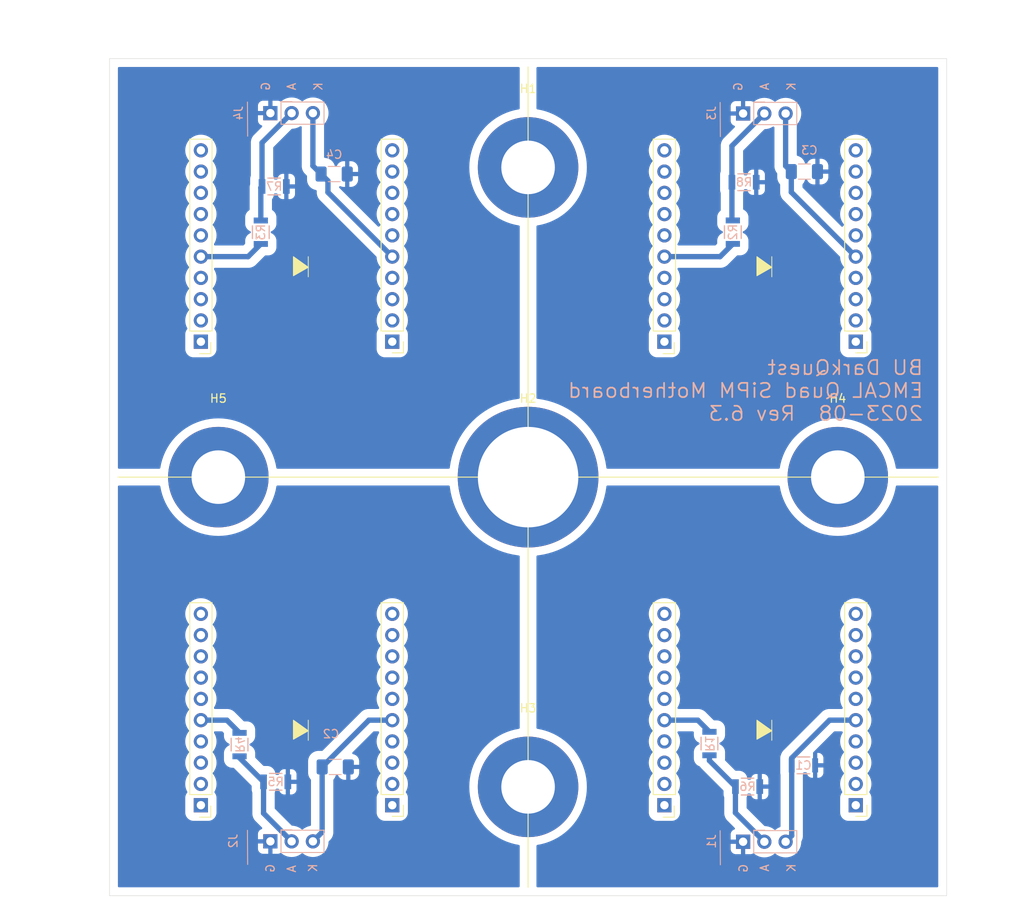
<source format=kicad_pcb>
(kicad_pcb (version 20221018) (generator pcbnew)
  (title_block (title "DarkQuest SiPM Motherboard") (rev "6.3") (comment 1 "Note: Rev 6.3 takes chip carrier and has pads for a voltage divider"))
  (layers (0 "F.Cu" signal) (31 "B.Cu" signal) (34 "B.Paste" user) (35 "F.Paste" user) (36 "B.SilkS" user "B.Silkscreen") (37 "F.SilkS" user "F.Silkscreen") (38 "B.Mask" user) (39 "F.Mask" user) (44 "Edge.Cuts" user))
  (net 0 "")
  (net 1 "Net-(J1-Pin_1)")
  (net 2 "Net-(J2-Pin_1)")
  (net 3 "Net-(J3-Pin_1)")
  (net 4 "Net-(J4-Pin_1)")
  (net 5 "Net-(J2-Pin_2)")
  (net 6 "Net-(J3-Pin_2)")
  (net 7 "Net-(J4-Pin_2)")
  (net 8 "Net-(J1-Pin_2)")
  (net 9 "Net-(J1-Pin_3)")
  (net 10 "Net-(J2-Pin_3)")
  (net 47 "Net-(J3-Pin_3)")
  (net 48 "Net-(J4-Pin_3)")
  (net 53 "Net-(J5-Pin_5-Pad15)")
  (net 63 "Net-(J6-Pin_5-Pad15)")
  (net 73 "Net-(J7-Pin_5-Pad15)")
  (net 83 "Net-(J8-Pin_5-Pad15)")
  (footprint "quad_sipm:MountingHole_8.4mm_M8_Pad" (layer "F.Cu") (at 100 100)
    (fp_text reference "H2" (at 0 -9.4) (layer "F.SilkS"))
    (fp_text value "MountingHole")
    (pad "1" thru_hole circle (at 0 0) (size 16.8 16.8) (drill 12) (layers "*.Cu" "*.Mask"))
  )
  (footprint "quad_sipm:MountingHole_6.4_pad" (layer "F.Cu") (at 100 137)
    (fp_text reference "H3" (at 0 -9.4) (layer "F.SilkS"))
    (fp_text value "MountingHole")
    (pad "1" thru_hole circle (at 0 0) (size 12 12) (drill 6.4) (layers "*.Cu" "*.Mask"))
  )
  (footprint "quad_sipm:MountingHole_6.4_pad" (layer "F.Cu") (at 137 100)
    (fp_text reference "H4" (at 0 -9.4) (layer "F.SilkS"))
    (fp_text value "MountingHole")
    (pad "1" thru_hole circle (at 0 0) (size 12 12) (drill 6.4) (layers "*.Cu" "*.Mask"))
  )
  (footprint "quad_sipm:MountingHole_6.4_pad" (layer "F.Cu") (at 63 100)
    (fp_text reference "H5" (at 0 -9.4) (layer "F.SilkS"))
    (fp_text value "MountingHole")
    (pad "1" thru_hole circle (at 0 0) (size 12 12) (drill 6.4) (layers "*.Cu" "*.Mask"))
  )
  (footprint "quad_sipm:MountingHole_6.4_pad" (layer "F.Cu") (at 100 63)
    (fp_text reference "H1" (at 0 -9.4) (layer "F.SilkS"))
    (fp_text value "MountingHole")
    (pad "1" thru_hole circle (at 0 0) (size 12 12) (drill 6.4) (layers "*.Cu" "*.Mask"))
  )
  (footprint "Connector_PinHeader_2.54mm:chip_carrier_pin_header" (layer "F.Cu") (at 127.762 72.39 180)
    (fp_text reference "J7" hide)
    (fp_text value "SiPM chip pin header")
    (fp_line (start -12.714 -12.76) (end -11.384 -12.76) (stroke (width 0.12)) (layer "F.SilkS"))
    (fp_line (start -12.714 -11.43) (end -12.714 -12.76) (stroke (width 0.12)) (layer "F.SilkS"))
    (fp_line (start -12.714 -10.16) (end -12.714 12.76) (stroke (width 0.12)) (layer "F.SilkS"))
    (fp_line (start -12.714 -10.16) (end -10.054 -10.16) (stroke (width 0.12)) (layer "F.SilkS"))
    (fp_line (start -12.714 12.76) (end -10.054 12.76) (stroke (width 0.12)) (layer "F.SilkS"))
    (fp_line (start -10.054 -10.16) (end -10.054 12.76) (stroke (width 0.12)) (layer "F.SilkS"))
    (fp_line (start -1.351 -3.683) (end -1.351 -1.27) (stroke (width 0.1)) (layer "F.SilkS"))
    (fp_line (start 10.146 -10.16) (end 10.146 12.76) (stroke (width 0.12)) (layer "F.SilkS"))
    (fp_line (start 10.146 -10.16) (end 12.806 -10.16) (stroke (width 0.12)) (layer "F.SilkS"))
    (fp_line (start 10.146 12.76) (end 12.806 12.76) (stroke (width 0.12)) (layer "F.SilkS"))
    (fp_line (start 10.2984 -12.8616) (end 11.6284 -12.8616) (stroke (width 0.12)) (layer "F.SilkS"))
    (fp_line (start 10.2984 -11.5316) (end 10.2984 -12.8616) (stroke (width 0.12)) (layer "F.SilkS"))
    (fp_line (start 12.806 -10.16) (end 12.806 12.76) (stroke (width 0.12)) (layer "F.SilkS"))
    (fp_poly (pts (xy 0.427 -3.556) (xy -1.351 -2.54) (xy 0.427 -1.27) (xy 0.427 -3.556)) (stroke (width 0.1)) (fill solid) (layer "F.SilkS"))
    (pad "1" thru_hole rect (at -11.384 -11.43 180) (size 1.7 1.7) (drill 1) (layers "*.Cu" "*.Mask"))
    (pad "2" thru_hole oval (at -11.384 -8.89 180) (size 1.7 1.7) (drill 1) (layers "*.Cu" "*.Mask"))
    (pad "3" thru_hole oval (at -11.384 -6.35 180) (size 1.7 1.7) (drill 1) (layers "*.Cu" "*.Mask"))
    (pad "4" thru_hole oval (at -11.384 -3.81 180) (size 1.7 1.7) (drill 1) (layers "*.Cu" "*.Mask"))
    (pad "5" thru_hole oval (at -11.384 -1.27 180) (size 1.7 1.7) (drill 1) (layers "*.Cu" "*.Mask") (net 47 "Net-(J3-Pin_3)"))
    (pad "6" thru_hole oval (at -11.384 1.27 180) (size 1.7 1.7) (drill 1) (layers "*.Cu" "*.Mask"))
    (pad "7" thru_hole oval (at -11.384 3.81 180) (size 1.7 1.7) (drill 1) (layers "*.Cu" "*.Mask"))
    (pad "8" thru_hole oval (at -11.384 6.35 180) (size 1.7 1.7) (drill 1) (layers "*.Cu" "*.Mask"))
    (pad "9" thru_hole oval (at -11.384 8.89 180) (size 1.7 1.7) (drill 1) (layers "*.Cu" "*.Mask"))
    (pad "10" thru_hole oval (at -11.384 11.43 180) (size 1.7 1.7) (drill 1) (layers "*.Cu" "*.Mask"))
    (pad "11" thru_hole rect (at 11.476 -11.43 180) (size 1.7 1.7) (drill 1) (layers "*.Cu" "*.Mask"))
    (pad "12" thru_hole oval (at 11.476 -8.89 180) (size 1.7 1.7) (drill 1) (layers "*.Cu" "*.Mask"))
    (pad "13" thru_hole oval (at 11.476 -6.35 180) (size 1.7 1.7) (drill 1) (layers "*.Cu" "*.Mask"))
    (pad "14" thru_hole oval (at 11.476 -3.81 180) (size 1.7 1.7) (drill 1) (layers "*.Cu" "*.Mask"))
    (pad "15" thru_hole oval (at 11.476 -1.27 180) (size 1.7 1.7) (drill 1) (layers "*.Cu" "*.Mask") (net 73 "Net-(J7-Pin_5-Pad15)"))
    (pad "16" thru_hole oval (at 11.476 1.27 180) (size 1.7 1.7) (drill 1) (layers "*.Cu" "*.Mask"))
    (pad "17" thru_hole oval (at 11.476 3.81 180) (size 1.7 1.7) (drill 1) (layers "*.Cu" "*.Mask"))
    (pad "18" thru_hole oval (at 11.476 6.35 180) (size 1.7 1.7) (drill 1) (layers "*.Cu" "*.Mask"))
    (pad "19" thru_hole oval (at 11.476 8.89 180) (size 1.7 1.7) (drill 1) (layers "*.Cu" "*.Mask"))
    (pad "20" thru_hole oval (at 11.476 11.43 180) (size 1.7 1.7) (drill 1) (layers "*.Cu" "*.Mask"))
  )
  (footprint "Connector_PinHeader_2.54mm:chip_carrier_pin_header" (layer "F.Cu") (at 72.39 72.39 180)
    (fp_text reference "J8" hide)
    (fp_text value "SiPM chip pin header")
    (fp_line (start -12.714 -12.76) (end -11.384 -12.76) (stroke (width 0.12)) (layer "F.SilkS"))
    (fp_line (start -12.714 -11.43) (end -12.714 -12.76) (stroke (width 0.12)) (layer "F.SilkS"))
    (fp_line (start -12.714 -10.16) (end -12.714 12.76) (stroke (width 0.12)) (layer "F.SilkS"))
    (fp_line (start -12.714 -10.16) (end -10.054 -10.16) (stroke (width 0.12)) (layer "F.SilkS"))
    (fp_line (start -12.714 12.76) (end -10.054 12.76) (stroke (width 0.12)) (layer "F.SilkS"))
    (fp_line (start -10.054 -10.16) (end -10.054 12.76) (stroke (width 0.12)) (layer "F.SilkS"))
    (fp_line (start -1.351 -3.683) (end -1.351 -1.27) (stroke (width 0.1)) (layer "F.SilkS"))
    (fp_line (start 10.146 -10.16) (end 10.146 12.76) (stroke (width 0.12)) (layer "F.SilkS"))
    (fp_line (start 10.146 -10.16) (end 12.806 -10.16) (stroke (width 0.12)) (layer "F.SilkS"))
    (fp_line (start 10.146 12.76) (end 12.806 12.76) (stroke (width 0.12)) (layer "F.SilkS"))
    (fp_line (start 10.2984 -12.8616) (end 11.6284 -12.8616) (stroke (width 0.12)) (layer "F.SilkS"))
    (fp_line (start 10.2984 -11.5316) (end 10.2984 -12.8616) (stroke (width 0.12)) (layer "F.SilkS"))
    (fp_line (start 12.806 -10.16) (end 12.806 12.76) (stroke (width 0.12)) (layer "F.SilkS"))
    (fp_poly (pts (xy 0.427 -3.556) (xy -1.351 -2.54) (xy 0.427 -1.27) (xy 0.427 -3.556)) (stroke (width 0.1)) (fill solid) (layer "F.SilkS"))
    (pad "1" thru_hole rect (at -11.384 -11.43 180) (size 1.7 1.7) (drill 1) (layers "*.Cu" "*.Mask"))
    (pad "2" thru_hole oval (at -11.384 -8.89 180) (size 1.7 1.7) (drill 1) (layers "*.Cu" "*.Mask"))
    (pad "3" thru_hole oval (at -11.384 -6.35 180) (size 1.7 1.7) (drill 1) (layers "*.Cu" "*.Mask"))
    (pad "4" thru_hole oval (at -11.384 -3.81 180) (size 1.7 1.7) (drill 1) (layers "*.Cu" "*.Mask"))
    (pad "5" thru_hole oval (at -11.384 -1.27 180) (size 1.7 1.7) (drill 1) (layers "*.Cu" "*.Mask") (net 48 "Net-(J4-Pin_3)"))
    (pad "6" thru_hole oval (at -11.384 1.27 180) (size 1.7 1.7) (drill 1) (layers "*.Cu" "*.Mask"))
    (pad "7" thru_hole oval (at -11.384 3.81 180) (size 1.7 1.7) (drill 1) (layers "*.Cu" "*.Mask"))
    (pad "8" thru_hole oval (at -11.384 6.35 180) (size 1.7 1.7) (drill 1) (layers "*.Cu" "*.Mask"))
    (pad "9" thru_hole oval (at -11.384 8.89 180) (size 1.7 1.7) (drill 1) (layers "*.Cu" "*.Mask"))
    (pad "10" thru_hole oval (at -11.384 11.43 180) (size 1.7 1.7) (drill 1) (layers "*.Cu" "*.Mask"))
    (pad "11" thru_hole rect (at 11.476 -11.43 180) (size 1.7 1.7) (drill 1) (layers "*.Cu" "*.Mask"))
    (pad "12" thru_hole oval (at 11.476 -8.89 180) (size 1.7 1.7) (drill 1) (layers "*.Cu" "*.Mask"))
    (pad "13" thru_hole oval (at 11.476 -6.35 180) (size 1.7 1.7) (drill 1) (layers "*.Cu" "*.Mask"))
    (pad "14" thru_hole oval (at 11.476 -3.81 180) (size 1.7 1.7) (drill 1) (layers "*.Cu" "*.Mask"))
    (pad "15" thru_hole oval (at 11.476 -1.27 180) (size 1.7 1.7) (drill 1) (layers "*.Cu" "*.Mask") (net 83 "Net-(J8-Pin_5-Pad15)"))
    (pad "16" thru_hole oval (at 11.476 1.27 180) (size 1.7 1.7) (drill 1) (layers "*.Cu" "*.Mask"))
    (pad "17" thru_hole oval (at 11.476 3.81 180) (size 1.7 1.7) (drill 1) (layers "*.Cu" "*.Mask"))
    (pad "18" thru_hole oval (at 11.476 6.35 180) (size 1.7 1.7) (drill 1) (layers "*.Cu" "*.Mask"))
    (pad "19" thru_hole oval (at 11.476 8.89 180) (size 1.7 1.7) (drill 1) (layers "*.Cu" "*.Mask"))
    (pad "20" thru_hole oval (at 11.476 11.43 180) (size 1.7 1.7) (drill 1) (layers "*.Cu" "*.Mask"))
  )
  (footprint "Connector_PinHeader_2.54mm:chip_carrier_pin_header" (layer "F.Cu") (at 72.39 127.762 180)
    (fp_text reference "J6" hide)
    (fp_text value "SiPM chip pin header")
    (fp_line (start -12.714 -12.76) (end -11.384 -12.76) (stroke (width 0.12)) (layer "F.SilkS"))
    (fp_line (start -12.714 -11.43) (end -12.714 -12.76) (stroke (width 0.12)) (layer "F.SilkS"))
    (fp_line (start -12.714 -10.16) (end -12.714 12.76) (stroke (width 0.12)) (layer "F.SilkS"))
    (fp_line (start -12.714 -10.16) (end -10.054 -10.16) (stroke (width 0.12)) (layer "F.SilkS"))
    (fp_line (start -12.714 12.76) (end -10.054 12.76) (stroke (width 0.12)) (layer "F.SilkS"))
    (fp_line (start -10.054 -10.16) (end -10.054 12.76) (stroke (width 0.12)) (layer "F.SilkS"))
    (fp_line (start -1.351 -3.683) (end -1.351 -1.27) (stroke (width 0.1)) (layer "F.SilkS"))
    (fp_line (start 10.146 -10.16) (end 10.146 12.76) (stroke (width 0.12)) (layer "F.SilkS"))
    (fp_line (start 10.146 -10.16) (end 12.806 -10.16) (stroke (width 0.12)) (layer "F.SilkS"))
    (fp_line (start 10.146 12.76) (end 12.806 12.76) (stroke (width 0.12)) (layer "F.SilkS"))
    (fp_line (start 10.2984 -12.8616) (end 11.6284 -12.8616) (stroke (width 0.12)) (layer "F.SilkS"))
    (fp_line (start 10.2984 -11.5316) (end 10.2984 -12.8616) (stroke (width 0.12)) (layer "F.SilkS"))
    (fp_line (start 12.806 -10.16) (end 12.806 12.76) (stroke (width 0.12)) (layer "F.SilkS"))
    (fp_poly (pts (xy 0.427 -3.556) (xy -1.351 -2.54) (xy 0.427 -1.27) (xy 0.427 -3.556)) (stroke (width 0.1)) (fill solid) (layer "F.SilkS"))
    (pad "1" thru_hole rect (at -11.384 -11.43 180) (size 1.7 1.7) (drill 1) (layers "*.Cu" "*.Mask"))
    (pad "2" thru_hole oval (at -11.384 -8.89 180) (size 1.7 1.7) (drill 1) (layers "*.Cu" "*.Mask"))
    (pad "3" thru_hole oval (at -11.384 -6.35 180) (size 1.7 1.7) (drill 1) (layers "*.Cu" "*.Mask"))
    (pad "4" thru_hole oval (at -11.384 -3.81 180) (size 1.7 1.7) (drill 1) (layers "*.Cu" "*.Mask"))
    (pad "5" thru_hole oval (at -11.384 -1.27 180) (size 1.7 1.7) (drill 1) (layers "*.Cu" "*.Mask") (net 10 "Net-(J2-Pin_3)"))
    (pad "6" thru_hole oval (at -11.384 1.27 180) (size 1.7 1.7) (drill 1) (layers "*.Cu" "*.Mask"))
    (pad "7" thru_hole oval (at -11.384 3.81 180) (size 1.7 1.7) (drill 1) (layers "*.Cu" "*.Mask"))
    (pad "8" thru_hole oval (at -11.384 6.35 180) (size 1.7 1.7) (drill 1) (layers "*.Cu" "*.Mask"))
    (pad "9" thru_hole oval (at -11.384 8.89 180) (size 1.7 1.7) (drill 1) (layers "*.Cu" "*.Mask"))
    (pad "10" thru_hole oval (at -11.384 11.43 180) (size 1.7 1.7) (drill 1) (layers "*.Cu" "*.Mask"))
    (pad "11" thru_hole rect (at 11.476 -11.43 180) (size 1.7 1.7) (drill 1) (layers "*.Cu" "*.Mask"))
    (pad "12" thru_hole oval (at 11.476 -8.89 180) (size 1.7 1.7) (drill 1) (layers "*.Cu" "*.Mask"))
    (pad "13" thru_hole oval (at 11.476 -6.35 180) (size 1.7 1.7) (drill 1) (layers "*.Cu" "*.Mask"))
    (pad "14" thru_hole oval (at 11.476 -3.81 180) (size 1.7 1.7) (drill 1) (layers "*.Cu" "*.Mask"))
    (pad "15" thru_hole oval (at 11.476 -1.27 180) (size 1.7 1.7) (drill 1) (layers "*.Cu" "*.Mask") (net 63 "Net-(J6-Pin_5-Pad15)"))
    (pad "16" thru_hole oval (at 11.476 1.27 180) (size 1.7 1.7) (drill 1) (layers "*.Cu" "*.Mask"))
    (pad "17" thru_hole oval (at 11.476 3.81 180) (size 1.7 1.7) (drill 1) (layers "*.Cu" "*.Mask"))
    (pad "18" thru_hole oval (at 11.476 6.35 180) (size 1.7 1.7) (drill 1) (layers "*.Cu" "*.Mask"))
    (pad "19" thru_hole oval (at 11.476 8.89 180) (size 1.7 1.7) (drill 1) (layers "*.Cu" "*.Mask"))
    (pad "20" thru_hole oval (at 11.476 11.43 180) (size 1.7 1.7) (drill 1) (layers "*.Cu" "*.Mask"))
  )
  (footprint "Connector_PinHeader_2.54mm:chip_carrier_pin_header" (layer "F.Cu") (at 127.762 127.762 180)
    (fp_text reference "J5" hide)
    (fp_text value "SiPM chip pin header")
    (fp_line (start -12.714 -12.76) (end -11.384 -12.76) (stroke (width 0.12)) (layer "F.SilkS"))
    (fp_line (start -12.714 -11.43) (end -12.714 -12.76) (stroke (width 0.12)) (layer "F.SilkS"))
    (fp_line (start -12.714 -10.16) (end -12.714 12.76) (stroke (width 0.12)) (layer "F.SilkS"))
    (fp_line (start -12.714 -10.16) (end -10.054 -10.16) (stroke (width 0.12)) (layer "F.SilkS"))
    (fp_line (start -12.714 12.76) (end -10.054 12.76) (stroke (width 0.12)) (layer "F.SilkS"))
    (fp_line (start -10.054 -10.16) (end -10.054 12.76) (stroke (width 0.12)) (layer "F.SilkS"))
    (fp_line (start -1.351 -3.683) (end -1.351 -1.27) (stroke (width 0.1)) (layer "F.SilkS"))
    (fp_line (start 10.146 -10.16) (end 10.146 12.76) (stroke (width 0.12)) (layer "F.SilkS"))
    (fp_line (start 10.146 -10.16) (end 12.806 -10.16) (stroke (width 0.12)) (layer "F.SilkS"))
    (fp_line (start 10.146 12.76) (end 12.806 12.76) (stroke (width 0.12)) (layer "F.SilkS"))
    (fp_line (start 10.2984 -12.8616) (end 11.6284 -12.8616) (stroke (width 0.12)) (layer "F.SilkS"))
    (fp_line (start 10.2984 -11.5316) (end 10.2984 -12.8616) (stroke (width 0.12)) (layer "F.SilkS"))
    (fp_line (start 12.806 -10.16) (end 12.806 12.76) (stroke (width 0.12)) (layer "F.SilkS"))
    (fp_poly (pts (xy 0.427 -3.556) (xy -1.351 -2.54) (xy 0.427 -1.27) (xy 0.427 -3.556)) (stroke (width 0.1)) (fill solid) (layer "F.SilkS"))
    (pad "1" thru_hole rect (at -11.384 -11.43 180) (size 1.7 1.7) (drill 1) (layers "*.Cu" "*.Mask"))
    (pad "2" thru_hole oval (at -11.384 -8.89 180) (size 1.7 1.7) (drill 1) (layers "*.Cu" "*.Mask"))
    (pad "3" thru_hole oval (at -11.384 -6.35 180) (size 1.7 1.7) (drill 1) (layers "*.Cu" "*.Mask"))
    (pad "4" thru_hole oval (at -11.384 -3.81 180) (size 1.7 1.7) (drill 1) (layers "*.Cu" "*.Mask"))
    (pad "5" thru_hole oval (at -11.384 -1.27 180) (size 1.7 1.7) (drill 1) (layers "*.Cu" "*.Mask") (net 9 "Net-(J1-Pin_3)"))
    (pad "6" thru_hole oval (at -11.384 1.27 180) (size 1.7 1.7) (drill 1) (layers "*.Cu" "*.Mask"))
    (pad "7" thru_hole oval (at -11.384 3.81 180) (size 1.7 1.7) (drill 1) (layers "*.Cu" "*.Mask"))
    (pad "8" thru_hole oval (at -11.384 6.35 180) (size 1.7 1.7) (drill 1) (layers "*.Cu" "*.Mask"))
    (pad "9" thru_hole oval (at -11.384 8.89 180) (size 1.7 1.7) (drill 1) (layers "*.Cu" "*.Mask"))
    (pad "10" thru_hole oval (at -11.384 11.43 180) (size 1.7 1.7) (drill 1) (layers "*.Cu" "*.Mask"))
    (pad "11" thru_hole rect (at 11.476 -11.43 180) (size 1.7 1.7) (drill 1) (layers "*.Cu" "*.Mask"))
    (pad "12" thru_hole oval (at 11.476 -8.89 180) (size 1.7 1.7) (drill 1) (layers "*.Cu" "*.Mask"))
    (pad "13" thru_hole oval (at 11.476 -6.35 180) (size 1.7 1.7) (drill 1) (layers "*.Cu" "*.Mask"))
    (pad "14" thru_hole oval (at 11.476 -3.81 180) (size 1.7 1.7) (drill 1) (layers "*.Cu" "*.Mask"))
    (pad "15" thru_hole oval (at 11.476 -1.27 180) (size 1.7 1.7) (drill 1) (layers "*.Cu" "*.Mask") (net 53 "Net-(J5-Pin_5-Pad15)"))
    (pad "16" thru_hole oval (at 11.476 1.27 180) (size 1.7 1.7) (drill 1) (layers "*.Cu" "*.Mask"))
    (pad "17" thru_hole oval (at 11.476 3.81 180) (size 1.7 1.7) (drill 1) (layers "*.Cu" "*.Mask"))
    (pad "18" thru_hole oval (at 11.476 6.35 180) (size 1.7 1.7) (drill 1) (layers "*.Cu" "*.Mask"))
    (pad "19" thru_hole oval (at 11.476 8.89 180) (size 1.7 1.7) (drill 1) (layers "*.Cu" "*.Mask"))
    (pad "20" thru_hole oval (at 11.476 11.43 180) (size 1.7 1.7) (drill 1) (layers "*.Cu" "*.Mask"))
  )
  (footprint "Connector_PinHeader_2.54mm:PinHeader_1x03_P2.54mm_Vertical" (layer "B.Cu") (at 128.27 143.51 -90)
    (fp_text reference "J1" (at 0 6.35 90) (layer "B.SilkS") (effects (justify mirror)))
    (fp_text value "8-102202-4")
    (fp_line (start -1.33 0) (end -1.33 1.33) (stroke (width 0.12)) (layer "B.SilkS"))
    (fp_line (start -1.285 -3.825) (end 1.375 -3.825) (stroke (width 0.12)) (layer "B.SilkS"))
    (fp_line (start -1.285 1.315) (end -1.285 -3.825) (stroke (width 0.12)) (layer "B.SilkS"))
    (fp_line (start -1.285 1.315) (end 1.375 1.315) (stroke (width 0.12)) (layer "B.SilkS"))
    (fp_line (start -1.275 5.325) (end 2.8 5.3) (stroke (width 0.12)) (layer "B.SilkS"))
    (fp_line (start 1.375 1.315) (end 1.375 -3.825) (stroke (width 0.12)) (layer "B.SilkS"))
    (pad "1" thru_hole rect (at 0.045 2.585 270) (size 1.7 1.7) (drill 1) (layers "*.Cu" "*.Mask") (net 1 "Net-(J1-Pin_1)"))
    (pad "2" thru_hole oval (at 0.045 0.045 270) (size 1.7 1.7) (drill 1) (layers "*.Cu" "*.Mask") (net 8 "Net-(J1-Pin_2)"))
    (pad "3" thru_hole oval (at 0.045 -2.495 270) (size 1.7 1.7) (drill 1) (layers "*.Cu" "*.Mask") (net 9 "Net-(J1-Pin_3)"))
  )
  (footprint "Capacitor_SMD:C_1206_3216Metric_Pad1.33x1.80mm_HandSolder" (layer "B.Cu") (at 76.835 63.7925 180)
    (fp_text reference "C4" (at 0 2.3245) (layer "B.SilkS") (effects (justify mirror)))
    (fp_text value "10nF 100V")
    (fp_line (start -0.711252 -0.91) (end 0.711252 -0.91) (stroke (width 0.12)) (layer "B.SilkS"))
    (fp_line (start -0.711252 0.91) (end 0.711252 0.91) (stroke (width 0.12)) (layer "B.SilkS"))
    (pad "1" smd roundrect (at -1.5625 0 180) (size 1.325 1.8) (layers "B.Cu" "B.Paste" "B.Mask") (roundrect_rratio 0.1886792453) (net 4 "Net-(J4-Pin_1)"))
    (pad "2" smd roundrect (at 1.5625 0 180) (size 1.325 1.8) (layers "B.Cu" "B.Paste" "B.Mask") (roundrect_rratio 0.1886792453) (net 48 "Net-(J4-Pin_3)"))
  )
  (footprint "Connector_PinHeader_2.54mm:PinHeader_1x03_P2.54mm_Vertical" (layer "B.Cu") (at 128.27 56.515 -90)
    (fp_text reference "J3" (at 0 6.35 90) (layer "B.SilkS") (effects (justify mirror)))
    (fp_text value "8-102202-4")
    (fp_line (start -1.33 0) (end -1.33 1.33) (stroke (width 0.12)) (layer "B.SilkS"))
    (fp_line (start -1.285 -3.825) (end 1.375 -3.825) (stroke (width 0.12)) (layer "B.SilkS"))
    (fp_line (start -1.285 1.315) (end -1.285 -3.825) (stroke (width 0.12)) (layer "B.SilkS"))
    (fp_line (start -1.285 1.315) (end 1.375 1.315) (stroke (width 0.12)) (layer "B.SilkS"))
    (fp_line (start -1.275 5.325) (end 2.8 5.3) (stroke (width 0.12)) (layer "B.SilkS"))
    (fp_line (start 1.375 1.315) (end 1.375 -3.825) (stroke (width 0.12)) (layer "B.SilkS"))
    (pad "1" thru_hole rect (at 0.045 2.585 270) (size 1.7 1.7) (drill 1) (layers "*.Cu" "*.Mask") (net 3 "Net-(J3-Pin_1)"))
    (pad "2" thru_hole oval (at 0.045 0.045 270) (size 1.7 1.7) (drill 1) (layers "*.Cu" "*.Mask") (net 6 "Net-(J3-Pin_2)"))
    (pad "3" thru_hole oval (at 0.045 -2.495 270) (size 1.7 1.7) (drill 1) (layers "*.Cu" "*.Mask") (net 47 "Net-(J3-Pin_3)"))
  )
  (footprint "Connector_PinHeader_2.54mm:PinHeader_1x03_P2.54mm_Vertical" (layer "B.Cu") (at 71.8 56.47 -90)
    (fp_text reference "J4" (at 0.045 6.395 90) (layer "B.SilkS") (effects (justify mirror)))
    (fp_text value "8-102202-4")
    (fp_line (start -1.33 0) (end -1.33 1.33) (stroke (width 0.12)) (layer "B.SilkS"))
    (fp_line (start -1.285 -3.825) (end 1.375 -3.825) (stroke (width 0.12)) (layer "B.SilkS"))
    (fp_line (start -1.285 1.315) (end -1.285 -3.825) (stroke (width 0.12)) (layer "B.SilkS"))
    (fp_line (start -1.285 1.315) (end 1.375 1.315) (stroke (width 0.12)) (layer "B.SilkS"))
    (fp_line (start -1.275 5.325) (end 2.8 5.3) (stroke (width 0.12)) (layer "B.SilkS"))
    (fp_line (start 1.375 1.315) (end 1.375 -3.825) (stroke (width 0.12)) (layer "B.SilkS"))
    (pad "1" thru_hole rect (at 0.045 2.585 270) (size 1.7 1.7) (drill 1) (layers "*.Cu" "*.Mask") (net 4 "Net-(J4-Pin_1)"))
    (pad "2" thru_hole oval (at 0.045 0.045 270) (size 1.7 1.7) (drill 1) (layers "*.Cu" "*.Mask") (net 7 "Net-(J4-Pin_2)"))
    (pad "3" thru_hole oval (at 0.045 -2.495 270) (size 1.7 1.7) (drill 1) (layers "*.Cu" "*.Mask") (net 48 "Net-(J4-Pin_3)"))
  )
  (footprint "Capacitor_SMD:C_1206_3216Metric_Pad1.33x1.80mm_HandSolder" (layer "B.Cu") (at 133.0075 63.5 180)
    (fp_text reference "C3" (at -0.5965 2.54) (layer "B.SilkS") (effects (justify mirror)))
    (fp_text value "10nF 100V")
    (fp_line (start -0.711252 -0.91) (end 0.711252 -0.91) (stroke (width 0.12)) (layer "B.SilkS"))
    (fp_line (start -0.711252 0.91) (end 0.711252 0.91) (stroke (width 0.12)) (layer "B.SilkS"))
    (pad "1" smd roundrect (at -1.5625 0 180) (size 1.325 1.8) (layers "B.Cu" "B.Paste" "B.Mask") (roundrect_rratio 0.1886792453) (net 3 "Net-(J3-Pin_1)"))
    (pad "2" smd roundrect (at 1.5625 0 180) (size 1.325 1.8) (layers "B.Cu" "B.Paste" "B.Mask") (roundrect_rratio 0.1886792453) (net 47 "Net-(J3-Pin_3)"))
  )
  (footprint "Connector_PinHeader_2.54mm:PinHeader_1x03_P2.54mm_Vertical" (layer "B.Cu") (at 71.8 143.465 -90)
    (fp_text reference "J2" (at 0 7.03 -90) (layer "B.SilkS") (effects (justify mirror)))
    (fp_text value "8-102202-4")
    (fp_line (start -1.33 0) (end -1.33 1.33) (stroke (width 0.12)) (layer "B.SilkS"))
    (fp_line (start -1.285 -3.825) (end 1.375 -3.825) (stroke (width 0.12)) (layer "B.SilkS"))
    (fp_line (start -1.285 1.315) (end -1.285 -3.825) (stroke (width 0.12)) (layer "B.SilkS"))
    (fp_line (start -1.285 1.315) (end 1.375 1.315) (stroke (width 0.12)) (layer "B.SilkS"))
    (fp_line (start -1.275 5.325) (end 2.8 5.3) (stroke (width 0.12)) (layer "B.SilkS"))
    (fp_line (start 1.375 1.315) (end 1.375 -3.825) (stroke (width 0.12)) (layer "B.SilkS"))
    (pad "1" thru_hole rect (at 0.045 2.585 270) (size 1.7 1.7) (drill 1) (layers "*.Cu" "*.Mask") (net 2 "Net-(J2-Pin_1)"))
    (pad "2" thru_hole oval (at 0.045 0.045 270) (size 1.7 1.7) (drill 1) (layers "*.Cu" "*.Mask") (net 5 "Net-(J2-Pin_2)"))
    (pad "3" thru_hole oval (at 0.045 -2.495 270) (size 1.7 1.7) (drill 1) (layers "*.Cu" "*.Mask") (net 10 "Net-(J2-Pin_3)"))
  )
  (footprint "Resistor_SMD:1206_VIS-L" (layer "B.Cu") (at 132.8924 134.4282 180)
    (fp_text reference "C1" (at 0 0 unlocked) (layer "B.SilkS") (effects (justify mirror)))
    (fp_text value "10nF 100V")
    (fp_line (start -0.754213 -1.002) (end 0.754213 -1.002) (stroke (width 0.1524)) (layer "B.SilkS"))
    (fp_line (start 0.754213 1.002) (end -0.754213 1.002) (stroke (width 0.1524)) (layer "B.SilkS"))
    (pad "1" smd rect (at -1.4008 0 180) (size 0.7016 1.6992) (layers "B.Cu" "B.Paste" "B.Mask") (net 1 "Net-(J1-Pin_1)"))
    (pad "2" smd rect (at 1.4008 0 180) (size 0.7016 1.6992) (layers "B.Cu" "B.Paste" "B.Mask") (net 9 "Net-(J1-Pin_3)"))
    (zone (net 0) (net_name "") (layer "B.Cu") (connect_pads (clearance 0)) (min_thickness 0.254)
      (keepout (tracks not_allowed) (vias not_allowed) (pads allowed) (copperpour not_allowed) (footprints allowed))
      (fill (thermal_gap 0.508) (thermal_bridge_width 0.508))
      (polygon (pts (xy 133.8916 133.604) (xy 131.8932 133.604) (xy 131.8932 135.2524) (xy 133.8916 135.2524)))
    )
  )
  (footprint "Capacitor_SMD:C_1206_3216Metric_Pad1.33x1.80mm_HandSolder" (layer "B.Cu") (at 76.962 134.62 180)
    (fp_text reference "C2" (at 0.508 3.937) (layer "B.SilkS") (effects (justify mirror)))
    (fp_text value "10nF 100V")
    (fp_line (start -0.711252 -0.91) (end 0.711252 -0.91) (stroke (width 0.12)) (layer "B.SilkS"))
    (fp_line (start -0.711252 0.91) (end 0.711252 0.91) (stroke (width 0.12)) (layer "B.SilkS"))
    (pad "1" smd roundrect (at -1.5625 0 180) (size 1.325 1.8) (layers "B.Cu" "B.Paste" "B.Mask") (roundrect_rratio 0.1886792453) (net 2 "Net-(J2-Pin_1)"))
    (pad "2" smd roundrect (at 1.5625 0 180) (size 1.325 1.8) (layers "B.Cu" "B.Paste" "B.Mask") (roundrect_rratio 0.1886792453) (net 10 "Net-(J2-Pin_3)"))
  )
  (footprint "Resistor_SMD:1206_VIS-L" (layer "B.Cu") (at 65.532 131.9492 90)
    (fp_text reference "R4" (at 0 0 270 unlocked) (layer "B.SilkS") (effects (justify mirror)))
    (fp_text value "R_US")
    (fp_line (start -0.754213 -1.002) (end 0.754213 -1.002) (stroke (width 0.1524)) (layer "B.SilkS"))
    (fp_line (start 0.754213 1.002) (end -0.754213 1.002) (stroke (width 0.1524)) (layer "B.SilkS"))
    (pad "1" smd rect (at -1.4008 0 90) (size 0.7016 1.6992) (layers "B.Cu" "B.Paste" "B.Mask") (net 5 "Net-(J2-Pin_2)"))
    (pad "2" smd rect (at 1.4008 0 90) (size 0.7016 1.6992) (layers "B.Cu" "B.Paste" "B.Mask") (net 63 "Net-(J6-Pin_5-Pad15)"))
    (zone (net 0) (net_name "") (layer "B.Cu") (connect_pads (clearance 0)) (min_thickness 0.254)
      (keepout (tracks not_allowed) (vias not_allowed) (pads allowed) (copperpour not_allowed) (footprints allowed))
      (fill (thermal_gap 0.508) (thermal_bridge_width 0.508))
      (polygon (pts (xy 66.3562 132.9484) (xy 66.3562 130.95) (xy 64.7078 130.95) (xy 64.7078 132.9484)))
    )
  )
  (footprint "Resistor_SMD:1206_VIS-L" (layer "B.Cu") (at 121.666 131.826 90)
    (fp_text reference "R1" (at 0 0 270 unlocked) (layer "B.SilkS") (effects (justify mirror)))
    (fp_text value "R_US")
    (fp_line (start -0.754213 -1.002) (end 0.754213 -1.002) (stroke (width 0.1524)) (layer "B.SilkS"))
    (fp_line (start 0.754213 1.002) (end -0.754213 1.002) (stroke (width 0.1524)) (layer "B.SilkS"))
    (pad "1" smd rect (at -1.4008 0 90) (size 0.7016 1.6992) (layers "B.Cu" "B.Paste" "B.Mask") (net 8 "Net-(J1-Pin_2)"))
    (pad "2" smd rect (at 1.4008 0 90) (size 0.7016 1.6992) (layers "B.Cu" "B.Paste" "B.Mask") (net 53 "Net-(J5-Pin_5-Pad15)"))
    (zone (net 0) (net_name "") (layer "B.Cu") (connect_pads (clearance 0)) (min_thickness 0.254)
      (keepout (tracks not_allowed) (vias not_allowed) (pads allowed) (copperpour not_allowed) (footprints allowed))
      (fill (thermal_gap 0.508) (thermal_bridge_width 0.508))
      (polygon (pts (xy 122.4902 132.8252) (xy 122.4902 130.8268) (xy 120.8418 130.8268) (xy 120.8418 132.8252)))
    )
  )
  (footprint "Resistor_SMD:1206_VIS-L" (layer "B.Cu") (at 124.46 70.7352 -90)
    (fp_text reference "R2" (at 0 0 90 unlocked) (layer "B.SilkS") (effects (justify mirror)))
    (fp_text value "R_US")
    (fp_line (start -0.754213 -1.002) (end 0.754213 -1.002) (stroke (width 0.1524)) (layer "B.SilkS"))
    (fp_line (start 0.754213 1.002) (end -0.754213 1.002) (stroke (width 0.1524)) (layer "B.SilkS"))
    (pad "1" smd rect (at -1.4008 0 270) (size 0.7016 1.6992) (layers "B.Cu" "B.Paste" "B.Mask") (net 6 "Net-(J3-Pin_2)"))
    (pad "2" smd rect (at 1.4008 0 270) (size 0.7016 1.6992) (layers "B.Cu" "B.Paste" "B.Mask") (net 73 "Net-(J7-Pin_5-Pad15)"))
    (zone (net 0) (net_name "") (layer "B.Cu") (connect_pads (clearance 0)) (min_thickness 0.254)
      (keepout (tracks not_allowed) (vias not_allowed) (pads allowed) (copperpour not_allowed) (footprints allowed))
      (fill (thermal_gap 0.508) (thermal_bridge_width 0.508))
      (polygon (pts (xy 123.6358 69.736) (xy 123.6358 71.7344) (xy 125.2842 71.7344) (xy 125.2842 69.736)))
    )
  )
  (footprint "quad_sipm:1206_VIS" (layer "B.Cu") (at 126.2212 136.9682 180)
    (fp_text reference "R6" (at 0 0 unlocked) (layer "B.SilkS") (effects (justify mirror)))
    (fp_text value "R_US")
    (fp_line (start -0.74245 -1.002) (end 0.74245 -1.002) (stroke (width 0.1524)) (layer "B.SilkS"))
    (fp_line (start 0.74245 1.002) (end -0.74245 1.002) (stroke (width 0.1524)) (layer "B.SilkS"))
    (pad "1" smd rect (at -1.4516 0 180) (size 0.8032 1.75) (layers "B.Cu" "B.Paste" "B.Mask") (net 1 "Net-(J1-Pin_1)"))
    (pad "2" smd rect (at 1.4516 0 180) (size 0.8032 1.75) (layers "B.Cu" "B.Paste" "B.Mask") (net 8 "Net-(J1-Pin_2)"))
    (zone (net 0) (net_name "") (layer "B.Cu") (connect_pads (clearance 0)) (min_thickness 0.254)
      (keepout (tracks not_allowed) (vias not_allowed) (pads allowed) (copperpour not_allowed) (footprints allowed))
      (fill (thermal_gap 0.508) (thermal_bridge_width 0.508))
      (polygon (pts (xy 127.2204 136.144) (xy 125.222 136.144) (xy 125.222 137.7924) (xy 127.2204 137.7924)))
    )
  )
  (footprint "Resistor_SMD:1206_VIS-L" (layer "B.Cu") (at 68.072 70.7428 -90)
    (fp_text reference "R3" (at 0 0 90 unlocked) (layer "B.SilkS") (effects (justify mirror)))
    (fp_text value "R_US")
    (fp_line (start -0.754213 -1.002) (end 0.754213 -1.002) (stroke (width 0.1524)) (layer "B.SilkS"))
    (fp_line (start 0.754213 1.002) (end -0.754213 1.002) (stroke (width 0.1524)) (layer "B.SilkS"))
    (pad "1" smd rect (at -1.4008 0 270) (size 0.7016 1.6992) (layers "B.Cu" "B.Paste" "B.Mask") (net 7 "Net-(J4-Pin_2)"))
    (pad "2" smd rect (at 1.4008 0 270) (size 0.7016 1.6992) (layers "B.Cu" "B.Paste" "B.Mask") (net 83 "Net-(J8-Pin_5-Pad15)"))
    (zone (net 0) (net_name "") (layer "B.Cu") (connect_pads (clearance 0)) (min_thickness 0.254)
      (keepout (tracks not_allowed) (vias not_allowed) (pads allowed) (copperpour not_allowed) (footprints allowed))
      (fill (thermal_gap 0.508) (thermal_bridge_width 0.508))
      (polygon (pts (xy 67.2478 69.7436) (xy 67.2478 71.742) (xy 68.8962 71.742) (xy 68.8962 69.7436)))
    )
  )
  (footprint "quad_sipm:1206_VIS" (layer "B.Cu") (at 69.6684 65.278 180)
    (fp_text reference "R7" (at 0 0 unlocked) (layer "B.SilkS") (effects (justify mirror)))
    (fp_text value "R_US")
    (fp_line (start -0.74245 -1.002) (end 0.74245 -1.002) (stroke (width 0.1524)) (layer "B.SilkS"))
    (fp_line (start 0.74245 1.002) (end -0.74245 1.002) (stroke (width 0.1524)) (layer "B.SilkS"))
    (pad "1" smd rect (at -1.4516 0 180) (size 0.8032 1.75) (layers "B.Cu" "B.Paste" "B.Mask") (net 4 "Net-(J4-Pin_1)"))
    (pad "2" smd rect (at 1.4516 0 180) (size 0.8032 1.75) (layers "B.Cu" "B.Paste" "B.Mask") (net 7 "Net-(J4-Pin_2)"))
    (zone (net 0) (net_name "") (layer "B.Cu") (connect_pads (clearance 0)) (min_thickness 0.254)
      (keepout (tracks not_allowed) (vias not_allowed) (pads allowed) (copperpour not_allowed) (footprints allowed))
      (fill (thermal_gap 0.508) (thermal_bridge_width 0.508))
      (polygon (pts (xy 70.6676 64.4538) (xy 68.6692 64.4538) (xy 68.6692 66.1022) (xy 70.6676 66.1022)))
    )
  )
  (footprint "quad_sipm:1206_VIS" (layer "B.Cu") (at 69.85 136.398 180)
    (fp_text reference "R5" (at 0 0 unlocked) (layer "B.SilkS") (effects (justify mirror)))
    (fp_text value "R_US")
    (fp_line (start -0.74245 -1.002) (end 0.74245 -1.002) (stroke (width 0.1524)) (layer "B.SilkS"))
    (fp_line (start 0.74245 1.002) (end -0.74245 1.002) (stroke (width 0.1524)) (layer "B.SilkS"))
    (pad "1" smd rect (at -1.4516 0 180) (size 0.8032 1.75) (layers "B.Cu" "B.Paste" "B.Mask") (net 2 "Net-(J2-Pin_1)"))
    (pad "2" smd rect (at 1.4516 0 180) (size 0.8032 1.75) (layers "B.Cu" "B.Paste" "B.Mask") (net 5 "Net-(J2-Pin_2)"))
    (zone (net 0) (net_name "") (layer "B.Cu") (connect_pads (clearance 0)) (min_thickness 0.254)
      (keepout (tracks not_allowed) (vias not_allowed) (pads allowed) (copperpour not_allowed) (footprints allowed))
      (fill (thermal_gap 0.508) (thermal_bridge_width 0.508))
      (polygon (pts (xy 70.8492 135.5738) (xy 68.8508 135.5738) (xy 68.8508 137.2222) (xy 70.8492 137.2222)))
    )
  )
  (footprint "quad_sipm:1206_VIS" (layer "B.Cu") (at 125.8024 64.77 180)
    (fp_text reference "R8" (at 0 0 unlocked) (layer "B.SilkS") (effects (justify mirror)))
    (fp_text value "R_US")
    (fp_line (start -0.74245 -1.002) (end 0.74245 -1.002) (stroke (width 0.1524)) (layer "B.SilkS"))
    (fp_line (start 0.74245 1.002) (end -0.74245 1.002) (stroke (width 0.1524)) (layer "B.SilkS"))
    (pad "1" smd rect (at -1.4516 0 180) (size 0.8032 1.75) (layers "B.Cu" "B.Paste" "B.Mask") (net 3 "Net-(J3-Pin_1)"))
    (pad "2" smd rect (at 1.4516 0 180) (size 0.8032 1.75) (layers "B.Cu" "B.Paste" "B.Mask") (net 6 "Net-(J3-Pin_2)"))
    (zone (net 0) (net_name "") (layer "B.Cu") (connect_pads (clearance 0)) (min_thickness 0.254)
      (keepout (tracks not_allowed) (vias not_allowed) (pads allowed) (copperpour not_allowed) (footprints allowed))
      (fill (thermal_gap 0.508) (thermal_bridge_width 0.508))
      (polygon (pts (xy 126.8016 63.9458) (xy 124.8032 63.9458) (xy 124.8032 65.5942) (xy 126.8016 65.5942)))
    )
  )
  (gr_line (start 51 100) (end 149 100) (stroke (width 0.12)) (layer "F.SilkS"))
  (gr_line (start 100 51) (end 100 149) (stroke (width 0.12)) (layer "F.SilkS"))
  (gr_line (start 50 150) (end 50 50) (stroke (width 0.05)) (layer "Edge.Cuts"))
  (gr_line (start 150 150) (end 50 150) (stroke (width 0.05)) (layer "Edge.Cuts"))
  (gr_line (start 50 50) (end 150 50) (stroke (width 0.05)) (layer "Edge.Cuts"))
  (gr_line (start 150 50) (end 150 150) (stroke (width 0.05)) (layer "Edge.Cuts"))
  (gr_text "G" (at 125.095 53.34 90) (layer "B.SilkS") (effects (font (size 1 1)) (justify mirror)))
  (gr_text "K" (at 131.445 53.34 90) (layer "B.SilkS") (effects (font (size 1 1)) (justify mirror)))
  (gr_text "A" (at 128.27 53.34 90) (layer "B.SilkS") (effects (font (size 1 1)) (justify mirror)))
  (gr_text "G" (at 69.215 147.32 90) (layer "B.SilkS") (effects (font (size 1 1)) (justify right mirror)))
  (gr_text "A" (at 71.755 147.32 90) (layer "B.SilkS") (effects (font (size 1 1)) (justify right mirror)))
  (gr_text "K" (at 74.93 53.34 90) (layer "B.SilkS") (effects (font (size 1 1)) (justify mirror)))
  (gr_text "A" (at 71.755 53.34 90) (layer "B.SilkS") (effects (font (size 1 1)) (justify mirror)))
  (gr_text "K" (at 74.295 146.685 90) (layer "B.SilkS") (effects (font (size 1 1)) (justify mirror)))
  (gr_text "A" (at 128.27 146.685 90) (layer "B.SilkS") (effects (font (size 1 1)) (justify mirror)))
  (gr_text "G" (at 125.73 147.32 90) (layer "B.SilkS") (effects (font (size 1 1)) (justify right mirror)))
  (gr_text "K" (at 131.445 146.685 90) (layer "B.SilkS") (effects (font (size 1 1)) (justify mirror)))
  (gr_text "BU DarkQuest\nEMCAL Quad SiPM Motherboard\n2023-08  Rev 6.3" (at 147.32 89.662) (layer "B.SilkS") (effects (font (size 1.7 1.8) (thickness 0.2032)) (justify left mirror)))
  (gr_text "G" (at 68.66 52.705 90) (layer "B.SilkS") (effects (font (size 1 1)) (justify left mirror)))
  (segment (start 71.755 143.51) (end 68.3984 140.1534) (width 0.635) (layer "B.Cu") (net 5))
  (segment (start 68.3984 140.1534) (end 68.3984 136.398) (width 0.635) (layer "B.Cu") (net 5))
  (segment (start 65.532 133.35) (end 65.532 133.5316) (width 0.635) (layer "B.Cu") (net 5))
  (segment (start 65.532 133.5316) (end 68.3984 136.398) (width 0.635) (layer "B.Cu") (net 5))
  (segment (start 124.3508 64.77) (end 124.3508 60.4342) (width 0.635) (layer "B.Cu") (net 6))
  (segment (start 124.3508 69.2252) (end 124.46 69.3344) (width 0.635) (layer "B.Cu") (net 6))
  (segment (start 124.3508 64.77) (end 124.3508 69.2252) (width 0.635) (layer "B.Cu") (net 6))
  (segment (start 124.3508 60.4342) (end 128.225 56.56) (width 0.635) (layer "B.Cu") (net 6))
  (segment (start 71.755 56.515) (end 68.2168 60.0532) (width 0.635) (layer "B.Cu") (net 7))
  (segment (start 68.2168 60.0532) (end 68.2168 65.278) (width 0.635) (layer "B.Cu") (net 7))
  (segment (start 68.072 65.4228) (end 68.2168 65.278) (width 0.635) (layer "B.Cu") (net 7))
  (segment (start 68.072 69.342) (end 68.072 65.4228) (width 0.635) (layer "B.Cu") (net 7))
  (segment (start 124.7696 140.0996) (end 124.7696 136.9682) (width 0.635) (layer "B.Cu") (net 8))
  (segment (start 121.666 133.8646) (end 124.7696 136.9682) (width 0.635) (layer "B.Cu") (net 8))
  (segment (start 121.666 133.2268) (end 121.666 133.8646) (width 0.635) (layer "B.Cu") (net 8))
  (segment (start 128.225 143.555) (end 124.7696 140.0996) (width 0.635) (layer "B.Cu") (net 8))
  (segment (start 139.146 129.032) (end 136.016186 129.032) (width 0.635) (layer "B.Cu") (net 9))
  (segment (start 136.016186 129.032) (end 131.4916 133.556586) (width 0.635) (layer "B.Cu") (net 9))
  (segment (start 131.4916 142.8284) (end 130.765 143.555) (width 0.635) (layer "B.Cu") (net 9))
  (segment (start 131.4916 134.4282) (end 131.4916 142.8284) (width 0.635) (layer "B.Cu") (net 9))
  (segment (start 131.4916 133.556586) (end 131.4916 134.4282) (width 0.635) (layer "B.Cu") (net 9))
  (segment (start 80.9875 129.032) (end 75.3995 134.62) (width 0.635) (layer "B.Cu") (net 10))
  (segment (start 83.774 129.032) (end 80.9875 129.032) (width 0.635) (layer "B.Cu") (net 10))
  (segment (start 75.3995 142.4055) (end 74.295 143.51) (width 0.635) (layer "B.Cu") (net 10))
  (segment (start 75.3995 134.62) (end 75.3995 142.4055) (width 0.635) (layer "B.Cu") (net 10))
  (segment (start 130.765 62.82) (end 131.445 63.5) (width 0.635) (layer "B.Cu") (net 47))
  (segment (start 130.765 56.56) (end 130.765 62.82) (width 0.635) (layer "B.Cu") (net 47))
  (segment (start 131.445 65.959) (end 131.445 63.5) (width 0.635) (layer "B.Cu") (net 47))
  (segment (start 131.445 65.959) (end 139.146 73.66) (width 0.635) (layer "B.Cu") (net 47))
  (segment (start 74.295 56.515) (end 74.295 62.815) (width 0.635) (layer "B.Cu") (net 48))
  (segment (start 76.09 64.61) (end 75.2725 63.7925) (width 0.635) (layer "B.Cu") (net 48))
  (segment (start 76.09 65.976) (end 76.09 64.61) (width 0.635) (layer "B.Cu") (net 48))
  (segment (start 83.774 73.66) (end 76.09 65.976) (width 0.635) (layer "B.Cu") (net 48))
  (segment (start 74.295 62.815) (end 75.2725 63.7925) (width 0.635) (layer "B.Cu") (net 48))
  (segment (start 116.286 129.032) (end 120.2728 129.032) (width 0.635) (layer "B.Cu") (net 53))
  (segment (start 120.2728 129.032) (end 121.666 130.4252) (width 0.635) (layer "B.Cu") (net 53))
  (segment (start 60.914 129.032) (end 64.0156 129.032) (width 0.635) (layer "B.Cu") (net 63))
  (segment (start 64.0156 129.032) (end 65.532 130.5484) (width 0.635) (layer "B.Cu") (net 63))
  (segment (start 122.936 73.66) (end 124.46 72.136) (width 0.635) (layer "B.Cu") (net 73))
  (segment (start 116.286 73.66) (end 122.936 73.66) (width 0.635) (layer "B.Cu") (net 73))
  (segment (start 66.5556 73.66) (end 68.072 72.1436) (width 0.635) (layer "B.Cu") (net 83))
  (segment (start 60.914 73.66) (end 66.5556 73.66) (width 0.635) (layer "B.Cu") (net 83))
  (zone (net 3) (net_name "Net-(J3-Pin_1)") (layer "B.Cu") (connect_pads (clearance 1.016)) (min_thickness 0.254) (fill yes (thermal_gap 0.635) (thermal_bridge_width 0.508))
    (polygon (pts (xy 149 99) (xy 101 99) (xy 101 51) (xy 149 51)))
  )
  (zone (net 4) (net_name "Net-(J4-Pin_1)") (layer "B.Cu") (connect_pads (clearance 1.016)) (min_thickness 0.254) (fill yes (thermal_gap 0.635) (thermal_bridge_width 0.508))
    (polygon (pts (xy 99 99) (xy 51 99) (xy 51 51) (xy 99 51)))
  )
  (zone (net 1) (net_name "Net-(J1-Pin_1)") (layer "B.Cu") (connect_pads (clearance 1.016)) (min_thickness 0.254) (fill yes (thermal_gap 0.635) (thermal_bridge_width 0.508))
    (polygon (pts (xy 149 149) (xy 101 149) (xy 101 101) (xy 149 101)))
  )
  (zone (net 2) (net_name "Net-(J2-Pin_1)") (layer "B.Cu") (connect_pads (clearance 1.016)) (min_thickness 0.254) (fill yes (thermal_gap 0.635) (thermal_bridge_width 0.508))
    (polygon (pts (xy 99 149) (xy 51 149) (xy 51 101) (xy 99 101)))
  )
)
</source>
